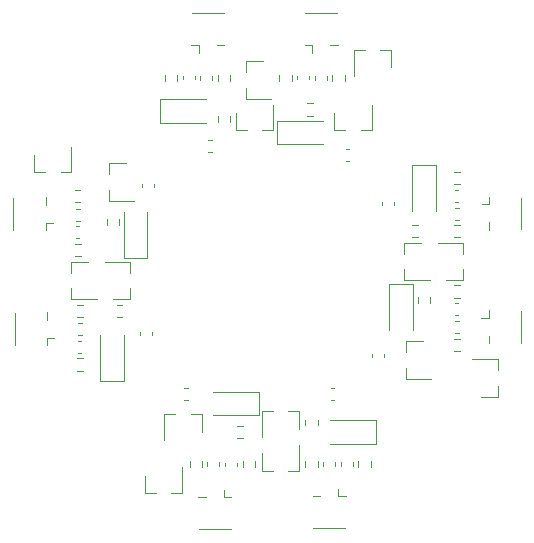
<source format=gto>
%TF.GenerationSoftware,KiCad,Pcbnew,6.0.6-3a73a75311~116~ubuntu20.04.1*%
%TF.CreationDate,2022-09-22T10:25:09+01:00*%
%TF.ProjectId,UFOPulse,55464f50-756c-4736-952e-6b696361645f,rev?*%
%TF.SameCoordinates,Original*%
%TF.FileFunction,Legend,Top*%
%TF.FilePolarity,Positive*%
%FSLAX46Y46*%
G04 Gerber Fmt 4.6, Leading zero omitted, Abs format (unit mm)*
G04 Created by KiCad (PCBNEW 6.0.6-3a73a75311~116~ubuntu20.04.1) date 2022-09-22 10:25:09*
%MOMM*%
%LPD*%
G01*
G04 APERTURE LIST*
%ADD10C,0.120000*%
G04 APERTURE END LIST*
D10*
%TO.C,C3*%
X135740580Y-95110000D02*
X135459420Y-95110000D01*
X135740580Y-94090000D02*
X135459420Y-94090000D01*
%TO.C,C4*%
X133290000Y-88659420D02*
X133290000Y-88940580D01*
X134310000Y-88659420D02*
X134310000Y-88940580D01*
%TO.C,C5*%
X150190000Y-99615580D02*
X150190000Y-99334420D01*
X151210000Y-99615580D02*
X151210000Y-99334420D01*
%TO.C,C6*%
X156615580Y-99310000D02*
X156334420Y-99310000D01*
X156615580Y-98290000D02*
X156334420Y-98290000D01*
%TO.C,C7*%
X145859420Y-116110000D02*
X146140580Y-116110000D01*
X145859420Y-115090000D02*
X146140580Y-115090000D01*
%TO.C,C9*%
X133725580Y-115060000D02*
X133444420Y-115060000D01*
X133725580Y-116080000D02*
X133444420Y-116080000D01*
%TO.C,C10*%
X136890000Y-121665580D02*
X136890000Y-121384420D01*
X137910000Y-121665580D02*
X137910000Y-121384420D01*
%TO.C,C11*%
X130880000Y-97789420D02*
X130880000Y-98070580D01*
X129860000Y-97789420D02*
X129860000Y-98070580D01*
%TO.C,C12*%
X124259420Y-102410000D02*
X124540580Y-102410000D01*
X124259420Y-101390000D02*
X124540580Y-101390000D01*
%TO.C,C14*%
X142990000Y-88659420D02*
X142990000Y-88940580D01*
X144010000Y-88659420D02*
X144010000Y-88940580D01*
%TO.C,C15*%
X149310000Y-112465580D02*
X149310000Y-112184420D01*
X150330000Y-112465580D02*
X150330000Y-112184420D01*
%TO.C,C16*%
X156640580Y-107890000D02*
X156359420Y-107890000D01*
X156640580Y-108910000D02*
X156359420Y-108910000D01*
%TO.C,D3*%
X131350000Y-90600000D02*
X131350000Y-92600000D01*
X131350000Y-92600000D02*
X135250000Y-92600000D01*
X131350000Y-90600000D02*
X135250000Y-90600000D01*
%TO.C,D5*%
X154700000Y-96150000D02*
X154700000Y-100050000D01*
X152700000Y-96150000D02*
X152700000Y-100050000D01*
X154700000Y-96150000D02*
X152700000Y-96150000D01*
%TO.C,D7*%
X149650000Y-119800000D02*
X149650000Y-117800000D01*
X149650000Y-119800000D02*
X145750000Y-119800000D01*
X149650000Y-117800000D02*
X145750000Y-117800000D01*
%TO.C,D9*%
X139720000Y-115390000D02*
X135820000Y-115390000D01*
X139720000Y-117390000D02*
X135820000Y-117390000D01*
X139720000Y-117390000D02*
X139720000Y-115390000D01*
%TO.C,D11*%
X128310000Y-104050000D02*
X130310000Y-104050000D01*
X130310000Y-104050000D02*
X130310000Y-100150000D01*
X128310000Y-104050000D02*
X128310000Y-100150000D01*
%TO.C,D13*%
X141290000Y-94440000D02*
X145190000Y-94440000D01*
X141290000Y-92440000D02*
X145190000Y-92440000D01*
X141290000Y-92440000D02*
X141290000Y-94440000D01*
%TO.C,D15*%
X152760000Y-106250000D02*
X150760000Y-106250000D01*
X152760000Y-106250000D02*
X152760000Y-110150000D01*
X150760000Y-106250000D02*
X150760000Y-110150000D01*
%TO.C,J2*%
X136800000Y-86054999D02*
X136160000Y-86054999D01*
X134000000Y-86054999D02*
X134640000Y-86054999D01*
X134050000Y-83334999D02*
X136750000Y-83334999D01*
X134640000Y-86054999D02*
X134640000Y-86684999D01*
%TO.C,J3*%
X159235000Y-101690000D02*
X159235000Y-101050000D01*
X159235000Y-98890000D02*
X159235000Y-99530000D01*
X161955000Y-98940000D02*
X161955000Y-101640000D01*
X159235000Y-99530000D02*
X158605000Y-99530000D01*
%TO.C,J4*%
X146460000Y-124215000D02*
X146460000Y-123585000D01*
X147050000Y-126935000D02*
X144350000Y-126935000D01*
X144300000Y-124215000D02*
X144940000Y-124215000D01*
X147100000Y-124215000D02*
X146460000Y-124215000D01*
%TO.C,J5*%
X137350000Y-127035000D02*
X134650000Y-127035000D01*
X134600000Y-124315000D02*
X135240000Y-124315000D01*
X136760000Y-124315000D02*
X136760000Y-123685000D01*
X137400000Y-124315000D02*
X136760000Y-124315000D01*
%TO.C,J6*%
X121685000Y-101700000D02*
X121685000Y-101060000D01*
X118965000Y-101650000D02*
X118965000Y-98950000D01*
X121685000Y-98900000D02*
X121685000Y-99540000D01*
X121685000Y-101060000D02*
X122315000Y-101060000D01*
%TO.C,J7*%
X144250001Y-86065000D02*
X144250001Y-86695000D01*
X143610001Y-86065000D02*
X144250001Y-86065000D01*
X146410001Y-86065000D02*
X145770001Y-86065000D01*
X143660001Y-83345000D02*
X146360001Y-83345000D01*
%TO.C,J8*%
X159215000Y-108500000D02*
X159215000Y-109140000D01*
X159215000Y-111300000D02*
X159215000Y-110660000D01*
X161935000Y-108550000D02*
X161935000Y-111250000D01*
X159215000Y-109140000D02*
X158585000Y-109140000D01*
%TO.C,L2*%
X135809999Y-88637221D02*
X135809999Y-88962779D01*
X134789999Y-88637221D02*
X134789999Y-88962779D01*
%TO.C,L3*%
X156662779Y-99790000D02*
X156337221Y-99790000D01*
X156662779Y-100810000D02*
X156337221Y-100810000D01*
%TO.C,L4*%
X145190000Y-121662779D02*
X145190000Y-121337221D01*
X146210000Y-121662779D02*
X146210000Y-121337221D01*
%TO.C,L5*%
X135390000Y-121675277D02*
X135390000Y-121349719D01*
X136410000Y-121675277D02*
X136410000Y-121349719D01*
%TO.C,L6*%
X124237221Y-99890000D02*
X124562779Y-99890000D01*
X124237221Y-100910000D02*
X124562779Y-100910000D01*
%TO.C,L7*%
X144490000Y-88637221D02*
X144490000Y-88962779D01*
X145510000Y-88637221D02*
X145510000Y-88962779D01*
%TO.C,Q3*%
X137820000Y-93260000D02*
X138750000Y-93260000D01*
X140980000Y-93260000D02*
X140980000Y-91100000D01*
X140980000Y-93260000D02*
X140050000Y-93260000D01*
X137820000Y-93260000D02*
X137820000Y-91800000D01*
%TO.C,Q4*%
X138640000Y-87420000D02*
X138640000Y-88350000D01*
X138640000Y-90580000D02*
X138640000Y-89650000D01*
X138640000Y-87420000D02*
X140100000Y-87420000D01*
X138640000Y-90580000D02*
X140800000Y-90580000D01*
%TO.C,Q5*%
X152040000Y-105920000D02*
X152040000Y-104990000D01*
X152040000Y-102760000D02*
X153500000Y-102760000D01*
X152040000Y-105920000D02*
X154200000Y-105920000D01*
X152040000Y-102760000D02*
X152040000Y-103690000D01*
%TO.C,Q6*%
X157060000Y-102760000D02*
X154900000Y-102760000D01*
X157060000Y-102760000D02*
X157060000Y-103690000D01*
X157060000Y-105920000D02*
X157060000Y-104990000D01*
X157060000Y-105920000D02*
X155600000Y-105920000D01*
%TO.C,Q7*%
X140020000Y-117039999D02*
X140950000Y-117039999D01*
X140020000Y-117039999D02*
X140020000Y-119199999D01*
X143180000Y-117039999D02*
X142250000Y-117039999D01*
X143180000Y-117039999D02*
X143180000Y-118499999D01*
%TO.C,Q8*%
X143180000Y-122060000D02*
X142250000Y-122060000D01*
X143180000Y-122060000D02*
X143180000Y-119900000D01*
X140020000Y-122060000D02*
X140950000Y-122060000D01*
X140020000Y-122060000D02*
X140020000Y-120600000D01*
%TO.C,Q9*%
X131740000Y-117300000D02*
X132670000Y-117300000D01*
X131740000Y-117300000D02*
X131740000Y-119460000D01*
X134900000Y-117300000D02*
X134900000Y-118760000D01*
X134900000Y-117300000D02*
X133970000Y-117300000D01*
%TO.C,Q10*%
X130110000Y-123940000D02*
X130110000Y-122480000D01*
X130110000Y-123940000D02*
X131040000Y-123940000D01*
X133270000Y-123940000D02*
X132340000Y-123940000D01*
X133270000Y-123940000D02*
X133270000Y-121780000D01*
%TO.C,Q11*%
X127030000Y-96040000D02*
X128490000Y-96040000D01*
X127030000Y-99200000D02*
X129190000Y-99200000D01*
X127030000Y-99200000D02*
X127030000Y-98270000D01*
X127030000Y-96040000D02*
X127030000Y-96970000D01*
%TO.C,Q12*%
X120720000Y-96800000D02*
X120720000Y-95340000D01*
X120720000Y-96800000D02*
X121650000Y-96800000D01*
X123880000Y-96800000D02*
X123880000Y-94640000D01*
X123880000Y-96800000D02*
X122950000Y-96800000D01*
%TO.C,Q13*%
X146140000Y-93240000D02*
X147070000Y-93240000D01*
X149300000Y-93240000D02*
X149300000Y-91080000D01*
X149300000Y-93240000D02*
X148370000Y-93240000D01*
X146140000Y-93240000D02*
X146140000Y-91780000D01*
%TO.C,Q14*%
X147760000Y-86450000D02*
X147760000Y-88610000D01*
X147760000Y-86450000D02*
X148690000Y-86450000D01*
X150920000Y-86450000D02*
X150920000Y-87910000D01*
X150920000Y-86450000D02*
X149990000Y-86450000D01*
%TO.C,Q15*%
X152200000Y-114280000D02*
X152200000Y-113350000D01*
X152200000Y-111120000D02*
X153660000Y-111120000D01*
X152200000Y-111120000D02*
X152200000Y-112050000D01*
X152200000Y-114280000D02*
X154360000Y-114280000D01*
%TO.C,Q16*%
X159970000Y-112650000D02*
X159970000Y-113580000D01*
X159970000Y-115810000D02*
X158510000Y-115810000D01*
X159970000Y-112650000D02*
X157810000Y-112650000D01*
X159970000Y-115810000D02*
X159970000Y-114880000D01*
%TO.C,R4*%
X132822500Y-88562742D02*
X132822500Y-89037258D01*
X131777500Y-88562742D02*
X131777500Y-89037258D01*
%TO.C,R5*%
X136277500Y-92062742D02*
X136277500Y-92537258D01*
X137322500Y-92062742D02*
X137322500Y-92537258D01*
%TO.C,R6*%
X137322501Y-88562742D02*
X137322501Y-89037258D01*
X136277501Y-88562742D02*
X136277501Y-89037258D01*
%TO.C,R7*%
X156737258Y-96777500D02*
X156262742Y-96777500D01*
X156737258Y-97822500D02*
X156262742Y-97822500D01*
%TO.C,R8*%
X153212258Y-101277500D02*
X152737742Y-101277500D01*
X153212258Y-102322500D02*
X152737742Y-102322500D01*
%TO.C,R9*%
X156762258Y-101277500D02*
X156287742Y-101277500D01*
X156762258Y-102322500D02*
X156287742Y-102322500D01*
%TO.C,R10*%
X148177501Y-121737258D02*
X148177501Y-121262742D01*
X149222501Y-121737258D02*
X149222501Y-121262742D01*
%TO.C,R11*%
X144722500Y-118237258D02*
X144722500Y-117762742D01*
X143677500Y-118237258D02*
X143677500Y-117762742D01*
%TO.C,R12*%
X143677500Y-121737258D02*
X143677500Y-121262742D01*
X144722500Y-121737258D02*
X144722500Y-121262742D01*
%TO.C,R13*%
X138377500Y-121737258D02*
X138377500Y-121262742D01*
X139422500Y-121737258D02*
X139422500Y-121262742D01*
%TO.C,R14*%
X137902742Y-119342500D02*
X138377258Y-119342500D01*
X137902742Y-118297500D02*
X138377258Y-118297500D01*
%TO.C,R16*%
X124187742Y-103922500D02*
X124662258Y-103922500D01*
X124187742Y-102877500D02*
X124662258Y-102877500D01*
%TO.C,R17*%
X127892500Y-100787742D02*
X127892500Y-101262258D01*
X126847500Y-100787742D02*
X126847500Y-101262258D01*
%TO.C,R18*%
X124137742Y-99322500D02*
X124612258Y-99322500D01*
X124137742Y-98277500D02*
X124612258Y-98277500D01*
%TO.C,R19*%
X142522500Y-88562742D02*
X142522500Y-89037258D01*
X141477500Y-88562742D02*
X141477500Y-89037258D01*
%TO.C,R20*%
X144287258Y-92022500D02*
X143812742Y-92022500D01*
X144287258Y-90977500D02*
X143812742Y-90977500D01*
%TO.C,R21*%
X147022500Y-88562742D02*
X147022500Y-89037258D01*
X145977500Y-88562742D02*
X145977500Y-89037258D01*
%TO.C,R22*%
X156737258Y-107422500D02*
X156262742Y-107422500D01*
X156737258Y-106377500D02*
X156262742Y-106377500D01*
%TO.C,R23*%
X153177500Y-107852258D02*
X153177500Y-107377742D01*
X154222500Y-107852258D02*
X154222500Y-107377742D01*
%TO.C,R24*%
X156737258Y-110877500D02*
X156262742Y-110877500D01*
X156737258Y-111922500D02*
X156262742Y-111922500D01*
%TO.C,R3*%
X124366130Y-108051660D02*
X124840646Y-108051660D01*
X124366130Y-109096660D02*
X124840646Y-109096660D01*
%TO.C,Q1*%
X128863388Y-104394159D02*
X128863388Y-105324159D01*
X128863388Y-107554159D02*
X127403388Y-107554159D01*
X128863388Y-107554159D02*
X128863388Y-106624159D01*
X128863388Y-104394159D02*
X126703388Y-104394159D01*
%TO.C,L1*%
X124440609Y-109564160D02*
X124766167Y-109564160D01*
X124440609Y-110584160D02*
X124766167Y-110584160D01*
%TO.C,C2*%
X124437807Y-112084159D02*
X124718967Y-112084159D01*
X124437807Y-111064159D02*
X124718967Y-111064159D01*
%TO.C,J1*%
X121800520Y-108665454D02*
X121800520Y-109305454D01*
X121800520Y-110825454D02*
X122430520Y-110825454D01*
X119080520Y-111415454D02*
X119080520Y-108715454D01*
X121800520Y-111465454D02*
X121800520Y-110825454D01*
%TO.C,D1*%
X128300000Y-114450000D02*
X128300000Y-110550000D01*
X126300000Y-114450000D02*
X128300000Y-114450000D01*
X126300000Y-114450000D02*
X126300000Y-110550000D01*
%TO.C,C1*%
X130710000Y-110284420D02*
X130710000Y-110565580D01*
X129690000Y-110284420D02*
X129690000Y-110565580D01*
%TO.C,Q2*%
X123843388Y-107554159D02*
X126003388Y-107554159D01*
X123843388Y-104394159D02*
X125303388Y-104394159D01*
X123843388Y-107554159D02*
X123843388Y-106624159D01*
X123843388Y-104394159D02*
X123843388Y-105324159D01*
%TO.C,R1*%
X124341129Y-112551659D02*
X124815645Y-112551659D01*
X124341129Y-113596659D02*
X124815645Y-113596659D01*
%TO.C,C13*%
X147405580Y-94870000D02*
X147124420Y-94870000D01*
X147405580Y-95890000D02*
X147124420Y-95890000D01*
%TO.C,R2*%
X127691130Y-109096660D02*
X128165646Y-109096660D01*
X127691130Y-108051660D02*
X128165646Y-108051660D01*
%TO.C,R15*%
X133877500Y-121762258D02*
X133877500Y-121287742D01*
X134922500Y-121762258D02*
X134922500Y-121287742D01*
%TO.C,C8*%
X147709999Y-121640580D02*
X147709999Y-121359420D01*
X146689999Y-121640580D02*
X146689999Y-121359420D01*
%TO.C,L8*%
X156662780Y-110410000D02*
X156337222Y-110410000D01*
X156662780Y-109390000D02*
X156337222Y-109390000D01*
%TD*%
M02*

</source>
